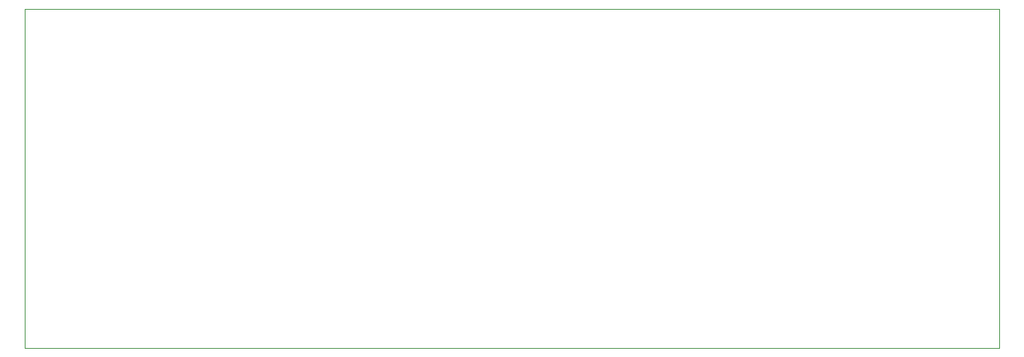
<source format=gm1>
%TF.GenerationSoftware,KiCad,Pcbnew,7.0.10*%
%TF.CreationDate,2024-11-20T16:46:35-05:00*%
%TF.ProjectId,SDP25_MainPCB_V2,53445032-355f-44d6-9169-6e5043425f56,2*%
%TF.SameCoordinates,Original*%
%TF.FileFunction,Profile,NP*%
%FSLAX46Y46*%
G04 Gerber Fmt 4.6, Leading zero omitted, Abs format (unit mm)*
G04 Created by KiCad (PCBNEW 7.0.10) date 2024-11-20 16:46:35*
%MOMM*%
%LPD*%
G01*
G04 APERTURE LIST*
%TA.AperFunction,Profile*%
%ADD10C,0.100000*%
%TD*%
G04 APERTURE END LIST*
D10*
X94742000Y-65278000D02*
X204724000Y-65278000D01*
X204724000Y-103632000D01*
X94742000Y-103632000D01*
X94742000Y-65278000D01*
M02*

</source>
